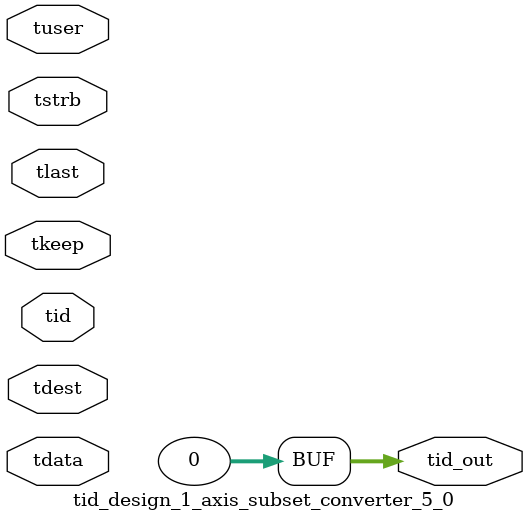
<source format=v>


`timescale 1ps/1ps

module tid_design_1_axis_subset_converter_5_0 #
(
parameter C_S_AXIS_TID_WIDTH   = 1,
parameter C_S_AXIS_TUSER_WIDTH = 0,
parameter C_S_AXIS_TDATA_WIDTH = 0,
parameter C_S_AXIS_TDEST_WIDTH = 0,
parameter C_M_AXIS_TID_WIDTH   = 32
)
(
input  [(C_S_AXIS_TID_WIDTH   == 0 ? 1 : C_S_AXIS_TID_WIDTH)-1:0       ] tid,
input  [(C_S_AXIS_TDATA_WIDTH == 0 ? 1 : C_S_AXIS_TDATA_WIDTH)-1:0     ] tdata,
input  [(C_S_AXIS_TUSER_WIDTH == 0 ? 1 : C_S_AXIS_TUSER_WIDTH)-1:0     ] tuser,
input  [(C_S_AXIS_TDEST_WIDTH == 0 ? 1 : C_S_AXIS_TDEST_WIDTH)-1:0     ] tdest,
input  [(C_S_AXIS_TDATA_WIDTH/8)-1:0 ] tkeep,
input  [(C_S_AXIS_TDATA_WIDTH/8)-1:0 ] tstrb,
input                                                                    tlast,
output [(C_M_AXIS_TID_WIDTH   == 0 ? 1 : C_M_AXIS_TID_WIDTH)-1:0       ] tid_out
);

assign tid_out = {1'b0};

endmodule


</source>
